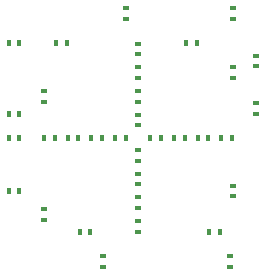
<source format=gbp>
G04 (created by PCBNEW (2013-mar-25)-stable) date Thursday, May 07, 2015 03:34:48 PM*
%MOIN*%
G04 Gerber Fmt 3.4, Leading zero omitted, Abs format*
%FSLAX34Y34*%
G01*
G70*
G90*
G04 APERTURE LIST*
%ADD10C,0.006*%
%ADD11R,0.015748X0.023622*%
%ADD12R,0.023622X0.015748*%
G04 APERTURE END LIST*
G54D10*
G54D11*
X63799Y-37401D03*
X64153Y-37401D03*
X62224Y-37401D03*
X62578Y-37401D03*
G54D12*
X57874Y-39783D03*
X57874Y-40137D03*
G54D11*
X60610Y-37401D03*
X60255Y-37401D03*
G54D12*
X61023Y-34625D03*
X61023Y-34271D03*
G54D11*
X63011Y-37401D03*
X63366Y-37401D03*
X61437Y-37401D03*
X61791Y-37401D03*
G54D12*
X61023Y-36988D03*
X61023Y-36633D03*
X64173Y-35413D03*
X64173Y-35059D03*
X61023Y-36200D03*
X61023Y-35846D03*
G54D11*
X59822Y-37401D03*
X59468Y-37401D03*
G54D12*
X61023Y-37814D03*
X61023Y-38169D03*
G54D11*
X58287Y-34251D03*
X58641Y-34251D03*
G54D12*
X61023Y-35059D03*
X61023Y-35413D03*
G54D11*
X59429Y-40551D03*
X59074Y-40551D03*
G54D12*
X57874Y-35846D03*
X57874Y-36200D03*
X61023Y-40177D03*
X61023Y-40531D03*
X61023Y-39389D03*
X61023Y-39744D03*
G54D11*
X62618Y-34251D03*
X62972Y-34251D03*
G54D12*
X64173Y-39350D03*
X64173Y-38996D03*
G54D11*
X58248Y-37401D03*
X57893Y-37401D03*
X58681Y-37401D03*
X59035Y-37401D03*
X63759Y-40551D03*
X63405Y-40551D03*
G54D12*
X64960Y-36240D03*
X64960Y-36594D03*
X64173Y-33444D03*
X64173Y-33090D03*
G54D11*
X57066Y-39173D03*
X56712Y-39173D03*
X57066Y-37401D03*
X56712Y-37401D03*
G54D12*
X64074Y-41358D03*
X64074Y-41712D03*
G54D11*
X57066Y-34251D03*
X56712Y-34251D03*
X57066Y-36614D03*
X56712Y-36614D03*
G54D12*
X64960Y-35019D03*
X64960Y-34665D03*
X59842Y-41358D03*
X59842Y-41712D03*
X60629Y-33444D03*
X60629Y-33090D03*
X61023Y-38956D03*
X61023Y-38602D03*
M02*

</source>
